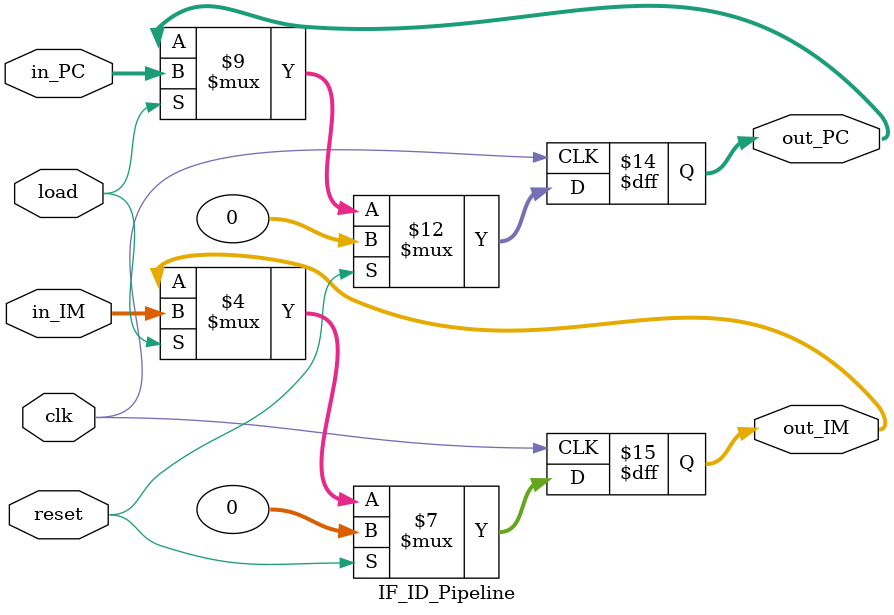
<source format=v>
`timescale 1ns / 1ps


module IF_ID_Pipeline(input clk, reset, load,
                      input[31:0] in_PC, in_IM,
                      output reg[31:0] out_PC, out_IM);
    always@(posedge clk) begin
        if (reset == 1)
            begin
            out_PC = 0;
            out_IM = 0;
            end
        else if (load == 1)
            begin
            out_PC <= in_PC;
            out_IM <= in_IM;
            end
    end
endmodule

</source>
